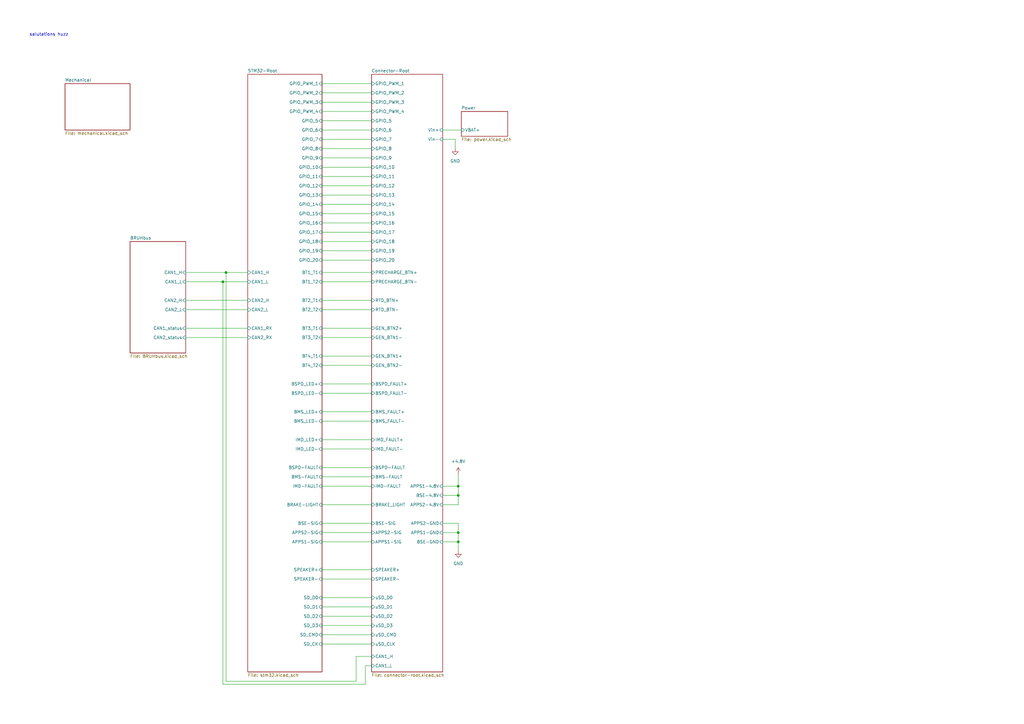
<source format=kicad_sch>
(kicad_sch (version 20250114) (generator "eeschema") (generator_version "9.0")
  (paper "A3")
  (lib_symbols
    (symbol "power:+4V" (power) (pin_numbers (hide yes)) (pin_names (offset 0) (hide yes))
      (property "Value" "+4V" (at 0 3.556 0))
      (symbol "+4V_0_1"
        (polyline (pts (xy -0.762 1.27) (xy 0 2.54)))
        (polyline (pts (xy 0 2.54) (xy 0.762 1.27)))
        (polyline (pts (xy 0 0) (xy 0 2.54)))
      )
      (symbol "+4V_1_1"
        (pin power_in line (at 0 0 90) (length 0) (name "~") (number "1"))
      )
    )
    (symbol "power:GND" (power) (pin_numbers (hide yes)) (pin_names (offset 0) (hide yes))
      (property "Value" "GND" (at 0 -3.81 0))
      (symbol "GND_0_1"
        (polyline (pts (xy 0 0) (xy 0 -1.27) (xy 1.27 -1.27) (xy 0 -2.54) (xy -1.27 -1.27) (xy 0 -1.27)))
      )
      (symbol "GND_1_1"
        (pin power_in line (at 0 0 270) (length 0) (name "~") (number "1"))
      )
    )
  )
  (text "salutations huzz" (at 20.066 14.224 0) (effects (font (size 1.27 1.27))))
  (junction (at 92.71 111.76))
  (junction (at 187.96 218.44))
  (junction (at 187.96 203.2))
  (junction (at 187.96 199.39))
  (junction (at 91.44 115.57))
  (junction (at 187.96 222.25))
  (wire (pts (xy 186.69 57.15) (xy 181.61 57.15)))
  (wire (pts (xy 132.08 76.2) (xy 152.4 76.2)))
  (wire (pts (xy 187.96 199.39) (xy 187.96 203.2)))
  (wire (pts (xy 132.08 115.57) (xy 152.4 115.57)))
  (wire (pts (xy 76.2 115.57) (xy 91.44 115.57)))
  (wire (pts (xy 132.08 102.87) (xy 152.4 102.87)))
  (wire (pts (xy 181.61 203.2) (xy 187.96 203.2)))
  (wire (pts (xy 132.08 87.63) (xy 152.4 87.63)))
  (wire (pts (xy 132.08 157.48) (xy 152.4 157.48)))
  (wire (pts (xy 132.08 252.73) (xy 152.4 252.73)))
  (wire (pts (xy 132.08 233.68) (xy 152.4 233.68)))
  (wire (pts (xy 132.08 64.77) (xy 152.4 64.77)))
  (wire (pts (xy 132.08 60.96) (xy 152.4 60.96)))
  (wire (pts (xy 146.05 269.24) (xy 146.05 279.4)))
  (wire (pts (xy 132.08 248.92) (xy 152.4 248.92)))
  (wire (pts (xy 76.2 127) (xy 101.6 127)))
  (wire (pts (xy 132.08 49.53) (xy 152.4 49.53)))
  (wire (pts (xy 187.96 194.31) (xy 187.96 199.39)))
  (wire (pts (xy 132.08 222.25) (xy 152.4 222.25)))
  (wire (pts (xy 132.08 57.15) (xy 152.4 57.15)))
  (wire (pts (xy 132.08 184.15) (xy 152.4 184.15)))
  (wire (pts (xy 76.2 134.62) (xy 101.6 134.62)))
  (wire (pts (xy 132.08 123.19) (xy 152.4 123.19)))
  (wire (pts (xy 92.71 111.76) (xy 101.6 111.76)))
  (wire (pts (xy 132.08 127) (xy 152.4 127)))
  (wire (pts (xy 76.2 123.19) (xy 101.6 123.19)))
  (wire (pts (xy 132.08 146.05) (xy 152.4 146.05)))
  (wire (pts (xy 132.08 68.58) (xy 152.4 68.58)))
  (wire (pts (xy 132.08 161.29) (xy 152.4 161.29)))
  (wire (pts (xy 132.08 95.25) (xy 152.4 95.25)))
  (wire (pts (xy 132.08 138.43) (xy 152.4 138.43)))
  (wire (pts (xy 92.71 279.4) (xy 92.71 111.76)))
  (wire (pts (xy 132.08 207.01) (xy 152.4 207.01)))
  (wire (pts (xy 152.4 269.24) (xy 146.05 269.24)))
  (wire (pts (xy 132.08 72.39) (xy 152.4 72.39)))
  (wire (pts (xy 132.08 214.63) (xy 152.4 214.63)))
  (wire (pts (xy 187.96 203.2) (xy 187.96 207.01)))
  (wire (pts (xy 132.08 111.76) (xy 152.4 111.76)))
  (wire (pts (xy 181.61 218.44) (xy 187.96 218.44)))
  (wire (pts (xy 132.08 53.34) (xy 152.4 53.34)))
  (wire (pts (xy 187.96 214.63) (xy 187.96 218.44)))
  (wire (pts (xy 91.44 280.67) (xy 91.44 115.57)))
  (wire (pts (xy 132.08 34.29) (xy 152.4 34.29)))
  (wire (pts (xy 132.08 99.06) (xy 152.4 99.06)))
  (wire (pts (xy 132.08 38.1) (xy 152.4 38.1)))
  (wire (pts (xy 152.4 273.05) (xy 149.86 273.05)))
  (wire (pts (xy 132.08 106.68) (xy 152.4 106.68)))
  (wire (pts (xy 132.08 91.44) (xy 152.4 91.44)))
  (wire (pts (xy 187.96 207.01) (xy 181.61 207.01)))
  (wire (pts (xy 186.69 60.96) (xy 186.69 57.15)))
  (wire (pts (xy 132.08 237.49) (xy 152.4 237.49)))
  (wire (pts (xy 76.2 138.43) (xy 101.6 138.43)))
  (wire (pts (xy 189.23 53.34) (xy 181.61 53.34)))
  (wire (pts (xy 181.61 222.25) (xy 187.96 222.25)))
  (wire (pts (xy 132.08 168.91) (xy 152.4 168.91)))
  (wire (pts (xy 132.08 256.54) (xy 152.4 256.54)))
  (wire (pts (xy 149.86 280.67) (xy 91.44 280.67)))
  (wire (pts (xy 132.08 80.01) (xy 152.4 80.01)))
  (wire (pts (xy 76.2 111.76) (xy 92.71 111.76)))
  (wire (pts (xy 132.08 191.77) (xy 152.4 191.77)))
  (wire (pts (xy 132.08 180.34) (xy 152.4 180.34)))
  (wire (pts (xy 132.08 41.91) (xy 152.4 41.91)))
  (wire (pts (xy 132.08 172.72) (xy 152.4 172.72)))
  (wire (pts (xy 132.08 83.82) (xy 152.4 83.82)))
  (wire (pts (xy 187.96 222.25) (xy 187.96 226.06)))
  (wire (pts (xy 187.96 218.44) (xy 187.96 222.25)))
  (wire (pts (xy 181.61 214.63) (xy 187.96 214.63)))
  (wire (pts (xy 149.86 273.05) (xy 149.86 280.67)))
  (wire (pts (xy 132.08 195.58) (xy 152.4 195.58)))
  (wire (pts (xy 132.08 134.62) (xy 152.4 134.62)))
  (wire (pts (xy 132.08 218.44) (xy 152.4 218.44)))
  (wire (pts (xy 132.08 149.86) (xy 152.4 149.86)))
  (wire (pts (xy 132.08 264.16) (xy 152.4 264.16)))
  (wire (pts (xy 181.61 199.39) (xy 187.96 199.39)))
  (wire (pts (xy 146.05 279.4) (xy 92.71 279.4)))
  (wire (pts (xy 91.44 115.57) (xy 101.6 115.57)))
  (wire (pts (xy 132.08 245.11) (xy 152.4 245.11)))
  (wire (pts (xy 132.08 199.39) (xy 152.4 199.39)))
  (wire (pts (xy 132.08 45.72) (xy 152.4 45.72)))
  (wire (pts (xy 132.08 260.35) (xy 152.4 260.35)))
  (symbol (lib_id "power:GND") (at 187.96 226.06 0) (unit 1)
    (property "Reference" "#PWR02" (effects (hide yes)))
    (property "Value" "GND" (at 187.96 231.14 0))
    (property "Description" "Power symbol creates a global label with name \"GND\" , ground" (effects (hide yes)))
  )
  (symbol (lib_id "power:GND") (at 186.69 60.96 0) (unit 1)
    (property "Reference" "#PWR025" (effects (hide yes)))
    (property "Value" "GND" (at 186.69 66.04 0))
    (property "Description" "Power symbol creates a global label with name \"GND\" , ground" (effects (hide yes)))
  )
  (symbol (lib_id "power:+4V") (at 187.96 194.31 0) (unit 1)
    (property "Reference" "#PWR01" (effects (hide yes)))
    (property "Value" "+4.8V" (at 187.96 189.23 0))
    (property "Description" "Power symbol creates a global label with name \"+4V\"" (effects (hide yes)))
  )
  (sheet (at 152.4 30.48) (size 29.21 245.11) (stroke (width 0.1524))
    (property "Sheetname" "Connector-Root" (at 152.4 29.7684 0) (effects (justify left bottom)))
    (property "Sheetfile" "connector-root.kicad_sch" (at 152.4 276.1746 0) (effects (justify left top)))
    (pin "GEN_BTN2+" input (at 152.4 134.62 180))
    (pin "GEN_BTN1-" input (at 152.4 138.43 180))
    (pin "RTD_BTN-" input (at 152.4 127 180))
    (pin "PRECHARGE_BTN-" input (at 152.4 115.57 180))
    (pin "GEN_BTN2-" input (at 152.4 149.86 180))
    (pin "PRECHARGE_BTN+" input (at 152.4 111.76 180))
    (pin "RTD_BTN+" input (at 152.4 123.19 180))
    (pin "GEN_BTN1+" input (at 152.4 146.05 180))
    (pin "uSD_D0" input (at 152.4 245.11 180))
    (pin "uSD_CLK" input (at 152.4 264.16 180))
    (pin "uSD_D2" input (at 152.4 252.73 180))
    (pin "uSD_D1" input (at 152.4 248.92 180))
    (pin "BRAKE_LIGHT" input (at 152.4 207.01 180))
    (pin "BMS_FAULT+" input (at 152.4 168.91 180))
    (pin "BSPD_FAULT-" input (at 152.4 161.29 180))
    (pin "BMS_FAULT-" input (at 152.4 172.72 180))
    (pin "IMD_FAULT+" input (at 152.4 180.34 180))
    (pin "IMD_FAULT-" input (at 152.4 184.15 180))
    (pin "BSPD_FAULT+" input (at 152.4 157.48 180))
    (pin "uSD_CMD" input (at 152.4 260.35 180))
    (pin "uSD_D3" input (at 152.4 256.54 180))
    (pin "APPS1-4.8V" input (at 181.61 199.39 0))
    (pin "APPS1-SIG" input (at 152.4 222.25 180))
    (pin "APPS2-4.8V" input (at 181.61 207.01 0))
    (pin "APPS2-GND" input (at 181.61 214.63 0))
    (pin "APPS1-GND" input (at 181.61 218.44 0))
    (pin "BSE-GND" input (at 181.61 222.25 0))
    (pin "APPS2-SIG" input (at 152.4 218.44 180))
    (pin "BSE-SIG" input (at 152.4 214.63 180))
    (pin "SPEAKER+" input (at 152.4 233.68 180))
    (pin "SPEAKER-" input (at 152.4 237.49 180))
    (pin "BSE-4.8V" input (at 181.61 203.2 0))
    (pin "BMS-FAULT" input (at 152.4 195.58 180))
    (pin "BSPD-FAULT" input (at 152.4 191.77 180))
    (pin "IMD-FAULT" input (at 152.4 199.39 180))
    (pin "GPIO_5" input (at 152.4 49.53 180))
    (pin "GPIO_PWM_2" input (at 152.4 38.1 180))
    (pin "GPIO_6" input (at 152.4 53.34 180))
    (pin "GPIO_PWM_1" input (at 152.4 34.29 180))
    (pin "GPIO_11" input (at 152.4 72.39 180))
    (pin "GPIO_8" input (at 152.4 60.96 180))
    (pin "GPIO_9" input (at 152.4 64.77 180))
    (pin "GPIO_7" input (at 152.4 57.15 180))
    (pin "GPIO_20" input (at 152.4 106.68 180))
    (pin "GPIO_13" input (at 152.4 80.01 180))
    (pin "GPIO_PWM_3" input (at 152.4 41.91 180))
    (pin "GPIO_14" input (at 152.4 83.82 180))
    (pin "GPIO_16" input (at 152.4 91.44 180))
    (pin "GPIO_19" input (at 152.4 102.87 180))
    (pin "GPIO_10" input (at 152.4 68.58 180))
    (pin "GPIO_12" input (at 152.4 76.2 180))
    (pin "GPIO_17" input (at 152.4 95.25 180))
    (pin "GPIO_18" input (at 152.4 99.06 180))
    (pin "GPIO_15" input (at 152.4 87.63 180))
    (pin "GPIO_PWM_4" input (at 152.4 45.72 180))
    (pin "CAN1_H" input (at 152.4 269.24 180))
    (pin "CAN1_L" input (at 152.4 273.05 180))
    (pin "Vin-" input (at 181.61 57.15 0))
    (pin "Vin+" input (at 181.61 53.34 0))
  )
  (sheet (at 189.23 45.72) (size 19.05 10.16) (stroke (width 0.1524))
    (property "Sheetname" "Power" (at 189.23 45.0084 0) (effects (justify left bottom)))
    (property "Sheetfile" "power.kicad_sch" (at 189.23 56.4646 0) (effects (justify left top)))
    (pin "VBAT+" input (at 189.23 53.34 180))
  )
  (sheet (at 101.6 30.48) (size 30.48 245.11) (stroke (width 0.1524))
    (property "Sheetname" "STM32-Root" (at 101.6 29.7684 0) (effects (justify left bottom)))
    (property "Sheetfile" "stm32.kicad_sch" (at 101.6 276.1746 0) (effects (justify left top)))
    (pin "BT1_T2" input (at 132.08 115.57 0))
    (pin "BT3_T1" input (at 132.08 134.62 0))
    (pin "BT2_T1" input (at 132.08 123.19 0))
    (pin "BT2_T2" input (at 132.08 127 0))
    (pin "CAN2_H" input (at 101.6 123.19 180))
    (pin "CAN1_H" input (at 101.6 111.76 180))
    (pin "SD_D3" input (at 132.08 256.54 0))
    (pin "SD_D2" input (at 132.08 252.73 0))
    (pin "BSPD_LED+" input (at 132.08 157.48 0))
    (pin "BT1_T1" input (at 132.08 111.76 0))
    (pin "BT4_T2" input (at 132.08 149.86 0))
    (pin "BSPD-FAULT" input (at 132.08 191.77 0))
    (pin "SD_D1" input (at 132.08 248.92 0))
    (pin "SD_CK" input (at 132.08 264.16 0))
    (pin "BMS_LED-" input (at 132.08 172.72 0))
    (pin "SD_D0" input (at 132.08 245.11 0))
    (pin "IMD_LED+" input (at 132.08 180.34 0))
    (pin "BMS-FAULT" input (at 132.08 195.58 0))
    (pin "BSPD_LED-" input (at 132.08 161.29 0))
    (pin "BMS_LED+" input (at 132.08 168.91 0))
    (pin "IMD_LED-" input (at 132.08 184.15 0))
    (pin "IMD-FAULT" input (at 132.08 199.39 0))
    (pin "SD_CMD" input (at 132.08 260.35 0))
    (pin "BRAKE-LIGHT" input (at 132.08 207.01 0))
    (pin "BT4_T1" input (at 132.08 146.05 0))
    (pin "BT3_T2" input (at 132.08 138.43 0))
    (pin "APPS2-SIG" input (at 132.08 218.44 0))
    (pin "SPEAKER-" input (at 132.08 237.49 0))
    (pin "BSE-SIG" input (at 132.08 214.63 0))
    (pin "APPS1-SIG" input (at 132.08 222.25 0))
    (pin "SPEAKER+" input (at 132.08 233.68 0))
    (pin "CAN2_L" input (at 101.6 127 180))
    (pin "CAN1_L" input (at 101.6 115.57 180))
    (pin "GPIO_20" input (at 132.08 106.68 0))
    (pin "GPIO_19" input (at 132.08 102.87 0))
    (pin "GPIO_PWM_1" input (at 132.08 34.29 0))
    (pin "GPIO_PWM_2" input (at 132.08 38.1 0))
    (pin "GPIO_6" input (at 132.08 53.34 0))
    (pin "GPIO_PWM_4" input (at 132.08 45.72 0))
    (pin "GPIO_PWM_3" input (at 132.08 41.91 0))
    (pin "GPIO_8" input (at 132.08 60.96 0))
    (pin "GPIO_17" input (at 132.08 95.25 0))
    (pin "GPIO_7" input (at 132.08 57.15 0))
    (pin "GPIO_11" input (at 132.08 72.39 0))
    (pin "GPIO_12" input (at 132.08 76.2 0))
    (pin "GPIO_13" input (at 132.08 80.01 0))
    (pin "GPIO_14" input (at 132.08 83.82 0))
    (pin "GPIO_18" input (at 132.08 99.06 0))
    (pin "GPIO_9" input (at 132.08 64.77 0))
    (pin "GPIO_5" input (at 132.08 49.53 0))
    (pin "GPIO_10" input (at 132.08 68.58 0))
    (pin "GPIO_15" input (at 132.08 87.63 0))
    (pin "GPIO_16" input (at 132.08 91.44 0))
    (pin "CAN2_RX" input (at 101.6 138.43 180))
    (pin "CAN1_RX" input (at 101.6 134.62 180))
  )
  (sheet (at 26.67 34.29) (size 26.67 19.05) (stroke (width 0.1524))
    (property "Sheetname" "Mechanical" (at 26.67 33.5784 0) (effects (justify left bottom)))
    (property "Sheetfile" "mechanical.kicad_sch" (at 26.67 53.9246 0) (effects (justify left top)))
  )
  (sheet (at 53.34 99.06) (size 22.86 45.72) (stroke (width 0.1524))
    (property "Sheetname" "BRUHbus" (at 53.34 98.3484 0) (effects (justify left bottom)))
    (property "Sheetfile" "BRUHbus.kicad_sch" (at 53.34 145.3646 0) (effects (justify left top)))
    (pin "CAN1_status" input (at 76.2 134.62 0))
    (pin "CAN2_H" input (at 76.2 123.19 0))
    (pin "CAN1_H" input (at 76.2 111.76 0))
    (pin "CAN2_status" input (at 76.2 138.43 0))
    (pin "CAN2_L" input (at 76.2 127 0))
    (pin "CAN1_L" input (at 76.2 115.57 0))
  )
)
</source>
